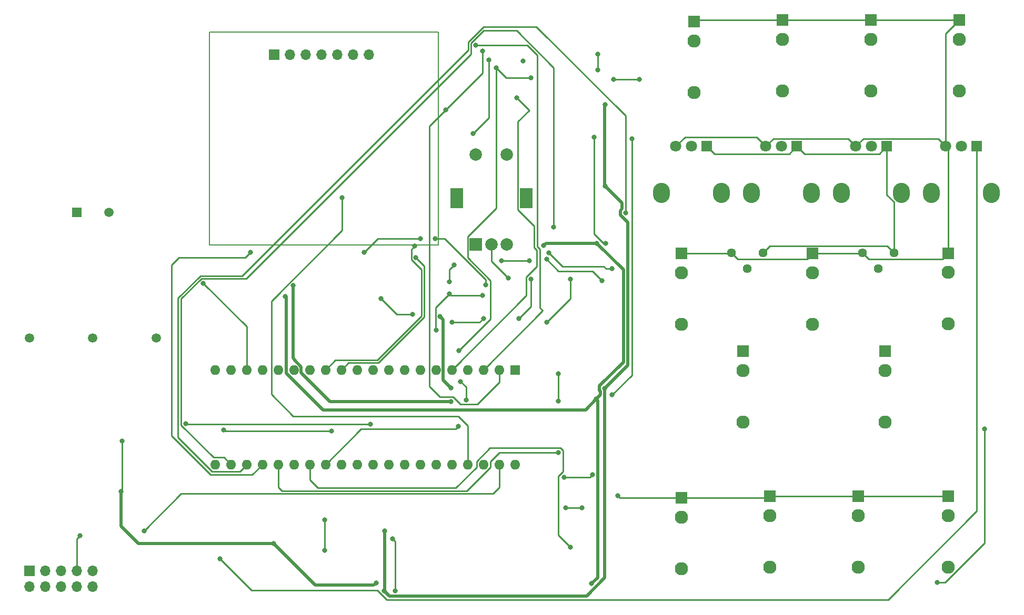
<source format=gbr>
%TF.GenerationSoftware,KiCad,Pcbnew,(6.0.5-0)*%
%TF.CreationDate,2022-09-18T01:29:25-07:00*%
%TF.ProjectId,Seed Test 01.01,53656564-2054-4657-9374-2030312e3031,rev?*%
%TF.SameCoordinates,Original*%
%TF.FileFunction,Copper,L2,Bot*%
%TF.FilePolarity,Positive*%
%FSLAX46Y46*%
G04 Gerber Fmt 4.6, Leading zero omitted, Abs format (unit mm)*
G04 Created by KiCad (PCBNEW (6.0.5-0)) date 2022-09-18 01:29:25*
%MOMM*%
%LPD*%
G01*
G04 APERTURE LIST*
%TA.AperFunction,NonConductor*%
%ADD10C,0.200000*%
%TD*%
%TA.AperFunction,ComponentPad*%
%ADD11R,1.700000X1.700000*%
%TD*%
%TA.AperFunction,ComponentPad*%
%ADD12O,1.700000X1.700000*%
%TD*%
%TA.AperFunction,ComponentPad*%
%ADD13C,1.440000*%
%TD*%
%TA.AperFunction,ComponentPad*%
%ADD14R,1.930000X1.830000*%
%TD*%
%TA.AperFunction,ComponentPad*%
%ADD15C,2.130000*%
%TD*%
%TA.AperFunction,ComponentPad*%
%ADD16O,2.720000X3.240000*%
%TD*%
%TA.AperFunction,ComponentPad*%
%ADD17R,1.800000X1.800000*%
%TD*%
%TA.AperFunction,ComponentPad*%
%ADD18C,1.800000*%
%TD*%
%TA.AperFunction,ComponentPad*%
%ADD19R,2.000000X2.000000*%
%TD*%
%TA.AperFunction,ComponentPad*%
%ADD20C,2.000000*%
%TD*%
%TA.AperFunction,ComponentPad*%
%ADD21R,2.000000X3.200000*%
%TD*%
%TA.AperFunction,ComponentPad*%
%ADD22R,1.600000X1.600000*%
%TD*%
%TA.AperFunction,ComponentPad*%
%ADD23O,1.600000X1.600000*%
%TD*%
%TA.AperFunction,ComponentPad*%
%ADD24R,1.500000X1.500000*%
%TD*%
%TA.AperFunction,ComponentPad*%
%ADD25C,1.500000*%
%TD*%
%TA.AperFunction,ViaPad*%
%ADD26C,0.800000*%
%TD*%
%TA.AperFunction,Conductor*%
%ADD27C,0.250000*%
%TD*%
%TA.AperFunction,Conductor*%
%ADD28C,0.500000*%
%TD*%
G04 APERTURE END LIST*
D10*
X138152500Y-51685000D02*
X101322500Y-51685000D01*
X101322500Y-51685000D02*
X101322500Y-85975000D01*
X101322500Y-85975000D02*
X138152500Y-85975000D01*
X138152500Y-85975000D02*
X138152500Y-51685000D01*
D11*
%TO.P,J4,1,Pin_1*%
%TO.N,VCC*%
X72395000Y-138435000D03*
D12*
%TO.P,J4,2,Pin_2*%
X72395000Y-140975000D03*
%TO.P,J4,3,Pin_3*%
%TO.N,GNDA*%
X74935000Y-138435000D03*
%TO.P,J4,4,Pin_4*%
X74935000Y-140975000D03*
%TO.P,J4,5,Pin_5*%
X77475000Y-138435000D03*
%TO.P,J4,6,Pin_6*%
X77475000Y-140975000D03*
%TO.P,J4,7,Pin_7*%
X80015000Y-138435000D03*
%TO.P,J4,8,Pin_8*%
X80015000Y-140975000D03*
%TO.P,J4,9,Pin_9*%
%TO.N,VEE*%
X82555000Y-138435000D03*
%TO.P,J4,10,Pin_10*%
X82555000Y-140975000D03*
%TD*%
D13*
%TO.P,RV6,1,1*%
%TO.N,+3.3VP*%
X211445000Y-87172000D03*
%TO.P,RV6,2,2*%
%TO.N,Net-(R63-Pad2)*%
X208905000Y-89712000D03*
%TO.P,RV6,3,3*%
%TO.N,GNDA*%
X206365000Y-87172000D03*
%TD*%
D14*
%TO.P,J9,S*%
%TO.N,GNDA*%
X207777000Y-49724000D03*
D15*
%TO.P,J9,T*%
%TO.N,Net-(J9-PadT)*%
X207777000Y-61124000D03*
%TO.P,J9,TN*%
%TO.N,unconnected-(J9-PadTN)*%
X207777000Y-52824000D03*
%TD*%
D16*
%TO.P,RV2,*%
%TO.N,*%
X198139000Y-77544000D03*
X188539000Y-77544000D03*
D17*
%TO.P,RV2,1,1*%
%TO.N,+3.3VP*%
X195839000Y-70044000D03*
D18*
%TO.P,RV2,2,2*%
%TO.N,Net-(R23-Pad2)*%
X193339000Y-70044000D03*
%TO.P,RV2,3,3*%
%TO.N,GNDA*%
X190839000Y-70044000D03*
%TD*%
D19*
%TO.P,SW1,A,A*%
%TO.N,ENC_A*%
X144190000Y-85868000D03*
D20*
%TO.P,SW1,B,B*%
%TO.N,ENC_B*%
X149190000Y-85868000D03*
%TO.P,SW1,C,C*%
%TO.N,GNDA*%
X146690000Y-85868000D03*
D21*
%TO.P,SW1,MP*%
%TO.N,N/C*%
X141090000Y-78368000D03*
X152290000Y-78368000D03*
D20*
%TO.P,SW1,S1,S1*%
%TO.N,ENC_CLICK*%
X149190000Y-71368000D03*
%TO.P,SW1,S2,S2*%
%TO.N,GNDA*%
X144190000Y-71368000D03*
%TD*%
D14*
%TO.P,J11,S*%
%TO.N,GNDA*%
X177297000Y-87316000D03*
D15*
%TO.P,J11,T*%
%TO.N,Net-(J11-PadT)*%
X177297000Y-98716000D03*
%TO.P,J11,TN*%
%TO.N,unconnected-(J11-PadTN)*%
X177297000Y-90416000D03*
%TD*%
D14*
%TO.P,J6,S*%
%TO.N,GNDA*%
X210063000Y-103064000D03*
D15*
%TO.P,J6,T*%
%TO.N,Net-(J6-PadT)*%
X210063000Y-114464000D03*
%TO.P,J6,TN*%
%TO.N,unconnected-(J6-PadTN)*%
X210063000Y-106164000D03*
%TD*%
D16*
%TO.P,RV1,*%
%TO.N,*%
X183661000Y-77544000D03*
X174061000Y-77544000D03*
D17*
%TO.P,RV1,1,1*%
%TO.N,+3.3VP*%
X181361000Y-70044000D03*
D18*
%TO.P,RV1,2,2*%
%TO.N,Net-(R20-Pad2)*%
X178861000Y-70044000D03*
%TO.P,RV1,3,3*%
%TO.N,GNDA*%
X176361000Y-70044000D03*
%TD*%
D14*
%TO.P,J7,S*%
%TO.N,GNDA*%
X179329000Y-49978000D03*
D15*
%TO.P,J7,T*%
%TO.N,Net-(J7-PadT)*%
X179329000Y-61378000D03*
%TO.P,J7,TN*%
%TO.N,unconnected-(J7-PadTN)*%
X179329000Y-53078000D03*
%TD*%
D14*
%TO.P,J16,S*%
%TO.N,GNDA*%
X220223000Y-87254000D03*
D15*
%TO.P,J16,T*%
%TO.N,Net-(J16-PadT)*%
X220223000Y-98654000D03*
%TO.P,J16,TN*%
%TO.N,unconnected-(J16-PadTN)*%
X220223000Y-90354000D03*
%TD*%
D11*
%TO.P,J2,1,Pin_1*%
%TO.N,GNDA*%
X111765000Y-55250000D03*
D12*
%TO.P,J2,2,Pin_2*%
%TO.N,+3V3*%
X114305000Y-55250000D03*
%TO.P,J2,3,Pin_3*%
%TO.N,OLED_SCK*%
X116845000Y-55250000D03*
%TO.P,J2,4,Pin_4*%
%TO.N,OLED_DATA_MOSI*%
X119385000Y-55250000D03*
%TO.P,J2,5,Pin_5*%
%TO.N,OLED_RST*%
X121925000Y-55250000D03*
%TO.P,J2,6,Pin_6*%
%TO.N,OLED_CMD_MISO*%
X124465000Y-55250000D03*
%TO.P,J2,7,Pin_7*%
%TO.N,OLED_CS*%
X127005000Y-55250000D03*
%TD*%
D22*
%TO.P,J1,1,Pin_1*%
%TO.N,ENC_CLICK*%
X150495000Y-106045000D03*
D23*
%TO.P,J1,2,Pin_2*%
%TO.N,SDMMC1_D3*%
X147955000Y-106045000D03*
%TO.P,J1,3,Pin_3*%
%TO.N,SDMMC1_D2*%
X145415000Y-106045000D03*
%TO.P,J1,4,Pin_4*%
%TO.N,SDMMC1_D1*%
X142875000Y-106045000D03*
%TO.P,J1,5,Pin_5*%
%TO.N,SDMMC1_D0*%
X140335000Y-106045000D03*
%TO.P,J1,6,Pin_6*%
%TO.N,SDMMC1_CMD*%
X137795000Y-106045000D03*
%TO.P,J1,7,Pin_7*%
%TO.N,SDMMC1_CK*%
X135255000Y-106045000D03*
%TO.P,J1,8,Pin_8*%
%TO.N,OLED_CS*%
X132715000Y-106045000D03*
%TO.P,J1,9,Pin_9*%
%TO.N,OLED_SCK*%
X130175000Y-106045000D03*
%TO.P,J1,10,Pin_10*%
%TO.N,OLED_CMD_MISO*%
X127635000Y-106045000D03*
%TO.P,J1,11,Pin_11*%
%TO.N,OLED_DATA_MOSI*%
X125095000Y-106045000D03*
%TO.P,J1,12,Pin_12*%
%TO.N,ENC_B*%
X122555000Y-106045000D03*
%TO.P,J1,13,Pin_13*%
%TO.N,ENC_A*%
X120015000Y-106045000D03*
%TO.P,J1,14,Pin_14*%
%TO.N,USART1_TX*%
X117475000Y-106045000D03*
%TO.P,J1,15,Pin_15*%
%TO.N,USART1_RX*%
X114935000Y-106045000D03*
%TO.P,J1,16,Pin_16*%
%TO.N,AUDIO_IN_L*%
X112395000Y-106045000D03*
%TO.P,J1,17,Pin_17*%
%TO.N,AUDIO_IN_R*%
X109855000Y-106045000D03*
%TO.P,J1,18,Pin_18*%
%TO.N,AUDIO_OUT_L*%
X107315000Y-106045000D03*
%TO.P,J1,19,Pin_19*%
%TO.N,AUDIO_OUT_R*%
X104775000Y-106045000D03*
%TO.P,J1,20,Pin_20*%
%TO.N,GNDA*%
X102235000Y-106045000D03*
%TO.P,J1,21,Pin_21*%
%TO.N,+3.3VP*%
X102235000Y-121285000D03*
%TO.P,J1,22,Pin_22*%
%TO.N,ADC_CTRL_1*%
X104775000Y-121285000D03*
%TO.P,J1,23,Pin_23*%
%TO.N,ADC_CTRL_2*%
X107315000Y-121285000D03*
%TO.P,J1,24,Pin_24*%
%TO.N,ADC1_1VOCT2*%
X109855000Y-121285000D03*
%TO.P,J1,25,Pin_25*%
%TO.N,ADC_CTRL_4*%
X112395000Y-121285000D03*
%TO.P,J1,26,Pin_26*%
%TO.N,ADC1_1VOCT1*%
X114935000Y-121285000D03*
%TO.P,J1,27,Pin_27*%
%TO.N,ADC1_GATE_IN*%
X117475000Y-121285000D03*
%TO.P,J1,28,Pin_28*%
%TO.N,ADC_CTRL_3*%
X120015000Y-121285000D03*
%TO.P,J1,29,Pin_29*%
%TO.N,DAC1_OUT2*%
X122555000Y-121285000D03*
%TO.P,J1,30,Pin_30*%
%TO.N,DAC1_OUT1*%
X125095000Y-121285000D03*
%TO.P,J1,31,Pin_31*%
%TO.N,SAI2_MCLK*%
X127635000Y-121285000D03*
%TO.P,J1,32,Pin_32*%
%TO.N,SAI2_SD_B*%
X130175000Y-121285000D03*
%TO.P,J1,33,Pin_33*%
%TO.N,SAI2_SD_A*%
X132715000Y-121285000D03*
%TO.P,J1,34,Pin_34*%
%TO.N,SAI2_FS_A*%
X135255000Y-121285000D03*
%TO.P,J1,35,Pin_35*%
%TO.N,SAI2_SCK_A*%
X137795000Y-121285000D03*
%TO.P,J1,36,Pin_36*%
%TO.N,USB_HS_D_-*%
X140335000Y-121285000D03*
%TO.P,J1,37,Pin_37*%
%TO.N,OLED_RST*%
X142875000Y-121285000D03*
%TO.P,J1,38,Pin_38*%
%TO.N,+3.3VA*%
X145415000Y-121285000D03*
%TO.P,J1,39,Pin_39*%
%TO.N,+5V*%
X147955000Y-121285000D03*
%TO.P,J1,40,Pin_40*%
%TO.N,GNDA*%
X150495000Y-121285000D03*
%TD*%
D16*
%TO.P,RV3,*%
%TO.N,*%
X203017000Y-77544000D03*
X212617000Y-77544000D03*
D17*
%TO.P,RV3,1,1*%
%TO.N,+3.3VP*%
X210317000Y-70044000D03*
D18*
%TO.P,RV3,2,2*%
%TO.N,Net-(R26-Pad2)*%
X207817000Y-70044000D03*
%TO.P,RV3,3,3*%
%TO.N,GNDA*%
X205317000Y-70044000D03*
%TD*%
D14*
%TO.P,J15,S*%
%TO.N,GNDA*%
X205745000Y-126432000D03*
D15*
%TO.P,J15,T*%
%TO.N,Net-(J15-PadT)*%
X205745000Y-137832000D03*
%TO.P,J15,TN*%
%TO.N,unconnected-(J15-PadTN)*%
X205745000Y-129532000D03*
%TD*%
D14*
%TO.P,J10,S*%
%TO.N,GNDA*%
X222001000Y-49724000D03*
D15*
%TO.P,J10,T*%
%TO.N,Net-(J10-PadT)*%
X222001000Y-61124000D03*
%TO.P,J10,TN*%
%TO.N,unconnected-(J10-PadTN)*%
X222001000Y-52824000D03*
%TD*%
D14*
%TO.P,J17,S*%
%TO.N,GNDA*%
X198379000Y-87316000D03*
D15*
%TO.P,J17,T*%
%TO.N,Net-(J17-PadT)*%
X198379000Y-98716000D03*
%TO.P,J17,TN*%
%TO.N,unconnected-(J17-PadTN)*%
X198379000Y-90416000D03*
%TD*%
D16*
%TO.P,RV4,*%
%TO.N,*%
X227095000Y-77544000D03*
X217495000Y-77544000D03*
D17*
%TO.P,RV4,1,1*%
%TO.N,+3.3VP*%
X224795000Y-70044000D03*
D18*
%TO.P,RV4,2,2*%
%TO.N,Net-(R29-Pad2)*%
X222295000Y-70044000D03*
%TO.P,RV4,3,3*%
%TO.N,GNDA*%
X219795000Y-70044000D03*
%TD*%
D14*
%TO.P,J12,S*%
%TO.N,GNDA*%
X177297000Y-126686000D03*
D15*
%TO.P,J12,T*%
%TO.N,Net-(J12-PadT)*%
X177297000Y-138086000D03*
%TO.P,J12,TN*%
%TO.N,unconnected-(J12-PadTN)*%
X177297000Y-129786000D03*
%TD*%
D14*
%TO.P,J5,S*%
%TO.N,GNDA*%
X187203000Y-103064000D03*
D15*
%TO.P,J5,T*%
%TO.N,Net-(J5-PadT)*%
X187203000Y-114464000D03*
%TO.P,J5,TN*%
%TO.N,unconnected-(J5-PadTN)*%
X187203000Y-106164000D03*
%TD*%
D14*
%TO.P,J13,S*%
%TO.N,GNDA*%
X191521000Y-126432000D03*
D15*
%TO.P,J13,T*%
%TO.N,Net-(J13-PadT)*%
X191521000Y-137832000D03*
%TO.P,J13,TN*%
%TO.N,unconnected-(J13-PadTN)*%
X191521000Y-129532000D03*
%TD*%
D14*
%TO.P,J14,S*%
%TO.N,GNDA*%
X220223000Y-126432000D03*
D15*
%TO.P,J14,T*%
%TO.N,Net-(J14-PadT)*%
X220223000Y-137832000D03*
%TO.P,J14,TN*%
%TO.N,unconnected-(J14-PadTN)*%
X220223000Y-129532000D03*
%TD*%
D24*
%TO.P,PS1,1,+VIN*%
%TO.N,Net-(J18-Pad1)*%
X80015000Y-80650000D03*
D25*
%TO.P,PS1,2,-VIN*%
%TO.N,Net-(J18-Pad2)*%
X85115000Y-80650000D03*
%TO.P,PS1,3,+VOUT*%
%TO.N,+12V*%
X72355000Y-100950000D03*
%TO.P,PS1,4,COM*%
%TO.N,GNDA*%
X82555000Y-100950000D03*
%TO.P,PS1,5,-VOUT*%
%TO.N,-12V*%
X92755000Y-100950000D03*
%TD*%
D13*
%TO.P,RV5,1,1*%
%TO.N,+3.3VP*%
X190363000Y-87172000D03*
%TO.P,RV5,2,2*%
%TO.N,Net-(R56-Pad2)*%
X187823000Y-89712000D03*
%TO.P,RV5,3,3*%
%TO.N,GNDA*%
X185283000Y-87172000D03*
%TD*%
D14*
%TO.P,J8,S*%
%TO.N,GNDA*%
X193553000Y-49724000D03*
D15*
%TO.P,J8,T*%
%TO.N,Net-(J8-PadT)*%
X193553000Y-61124000D03*
%TO.P,J8,TN*%
%TO.N,unconnected-(J8-PadTN)*%
X193553000Y-52824000D03*
%TD*%
D26*
%TO.N,GNDA*%
X167010000Y-126353000D03*
X137800000Y-99683000D03*
X80523000Y-132720000D03*
X149385584Y-91251916D03*
X139891564Y-93781436D03*
X161295000Y-128258000D03*
X133990000Y-97143000D03*
X128910000Y-94603000D03*
X145293000Y-94095000D03*
X158660500Y-128258000D03*
%TO.N,+3.3VP*%
X103002000Y-136513000D03*
%TO.N,+5V*%
X90783000Y-131984936D03*
%TO.N,+3.3VA*%
X141737000Y-107938000D03*
X147425000Y-57435936D03*
X142597500Y-110896500D03*
X153040000Y-59043000D03*
X163835000Y-55233000D03*
X163835000Y-57773000D03*
X141483000Y-102985000D03*
%TO.N,+12V*%
X162792000Y-140493936D03*
X87127000Y-125674000D03*
X163571210Y-110758710D03*
X111611000Y-134016936D03*
X113516000Y-94265936D03*
X128121000Y-140366936D03*
X155086233Y-86060767D03*
X163643511Y-85667425D03*
X87254000Y-117506936D03*
%TO.N,-12V*%
X164940511Y-109008425D03*
X129518000Y-131984936D03*
X140186000Y-108997936D03*
X140186000Y-111156936D03*
X164978000Y-76442000D03*
X165014500Y-63341436D03*
X129418000Y-141622020D03*
X138408000Y-97440936D03*
X114786000Y-92487936D03*
%TO.N,-10V*%
X164479017Y-91680983D03*
X165105000Y-85713000D03*
X140308969Y-98413000D03*
X155580000Y-88253000D03*
X151135000Y-97778000D03*
X145420000Y-97778000D03*
X163200000Y-68568000D03*
X153040000Y-91428000D03*
%TO.N,Net-(C15-Pad1)*%
X119829500Y-135096436D03*
X119893000Y-130206936D03*
%TO.N,ADC_CTRL_1*%
X156723000Y-83046000D03*
%TO.N,Net-(C16-Pad1)*%
X130815000Y-133281936D03*
X131196000Y-141622020D03*
%TO.N,ADC_CTRL_2*%
X168280000Y-80760000D03*
%TO.N,ADC_CTRL_3*%
X141327500Y-115185000D03*
X166092500Y-110105000D03*
X169267500Y-68830000D03*
%TO.N,ADC_CTRL_4*%
X157485000Y-106668000D03*
X157485000Y-111113000D03*
X157485000Y-119368000D03*
%TO.N,Net-(C30-Pad2)*%
X127259000Y-114839936D03*
X97541000Y-114712936D03*
%TO.N,Net-(C31-Pad2)*%
X103637000Y-115728936D03*
X120972500Y-115919436D03*
%TO.N,Net-(C33-Pad2)*%
X158374000Y-123322000D03*
X162919000Y-122967936D03*
%TO.N,Net-(C34-Pad1)*%
X166375000Y-59297000D03*
X170451031Y-59284969D03*
%TO.N,ADC1_1VOCT2*%
X107955000Y-87110000D03*
X145737500Y-92380500D03*
X137673000Y-84951000D03*
X135260000Y-84951000D03*
X126243000Y-87110000D03*
%TO.N,SDMMC1_D3*%
X145225000Y-54727936D03*
X139297000Y-64166936D03*
%TO.N,SDMMC1_D2*%
X144125000Y-53750936D03*
%TO.N,SDMMC1_D1*%
X151743000Y-56292936D03*
%TO.N,SDMMC1_D0*%
X150725000Y-62218000D03*
%TO.N,SDMMC1_CMD*%
X146282000Y-56165936D03*
X143742000Y-67976936D03*
%TO.N,ENC_B*%
X134534500Y-87979436D03*
%TO.N,ENC_A*%
X134344000Y-86137936D03*
%TO.N,AUDIO_OUT_L*%
X100335000Y-92080000D03*
%TO.N,ADC1_GATE_IN*%
X218445000Y-140323000D03*
X226065000Y-115558000D03*
X159390000Y-134608000D03*
%TO.N,OLED_RST*%
X122687000Y-78347000D03*
%TO.N,Net-(C41-Pad1)*%
X155932500Y-87245000D03*
X166092500Y-89785000D03*
X148312500Y-88515000D03*
X139891564Y-91876436D03*
X152757500Y-88515000D03*
X140692500Y-89150000D03*
%TO.N,Net-(C42-Pad1)*%
X155580000Y-98413000D03*
X159390000Y-91428000D03*
%TD*%
D27*
%TO.N,GNDA*%
X133990000Y-97143000D02*
X131450000Y-97143000D01*
X207777000Y-49724000D02*
X193553000Y-49724000D01*
X179583000Y-49724000D02*
X179329000Y-49978000D01*
X158660500Y-128258000D02*
X161295000Y-128258000D01*
X177297000Y-126686000D02*
X191267000Y-126686000D01*
X189363000Y-68568000D02*
X177837000Y-68568000D01*
X140205128Y-94095000D02*
X145293000Y-94095000D01*
X205745000Y-126432000D02*
X220223000Y-126432000D01*
X205317000Y-70044000D02*
X204092489Y-68819489D01*
X131450000Y-97143000D02*
X128910000Y-94603000D01*
X137683489Y-95989511D02*
X137683489Y-99566489D01*
X198379000Y-87316000D02*
X206221000Y-87316000D01*
X177297000Y-87316000D02*
X185139000Y-87316000D01*
X146690000Y-88556332D02*
X146690000Y-85868000D01*
X197478489Y-88216511D02*
X198379000Y-87316000D01*
X191267000Y-126686000D02*
X191521000Y-126432000D01*
X167010000Y-126353000D02*
X167343000Y-126686000D01*
X204092489Y-68819489D02*
X192063511Y-68819489D01*
X192063511Y-68819489D02*
X190839000Y-70044000D01*
X218570489Y-68819489D02*
X206541511Y-68819489D01*
X186327511Y-88216511D02*
X197478489Y-88216511D01*
X177837000Y-68568000D02*
X176361000Y-70044000D01*
X222001000Y-49724000D02*
X207777000Y-49724000D01*
X220223000Y-87254000D02*
X220223000Y-70472000D01*
X80523000Y-132720000D02*
X80015000Y-133228000D01*
X185283000Y-87172000D02*
X186327511Y-88216511D01*
X220223000Y-70472000D02*
X219795000Y-70044000D01*
X219795000Y-70044000D02*
X219795000Y-51930000D01*
X185139000Y-87316000D02*
X185283000Y-87172000D01*
X191521000Y-126432000D02*
X205745000Y-126432000D01*
X80015000Y-133228000D02*
X80015000Y-138435000D01*
X139891564Y-93781436D02*
X140205128Y-94095000D01*
X206221000Y-87316000D02*
X206365000Y-87172000D01*
X137683489Y-99566489D02*
X137800000Y-99683000D01*
X219795000Y-51930000D02*
X222001000Y-49724000D01*
X206365000Y-87172000D02*
X207409511Y-88216511D01*
X139891564Y-93781436D02*
X137683489Y-95989511D01*
X167343000Y-126686000D02*
X177297000Y-126686000D01*
X149385584Y-91251916D02*
X146690000Y-88556332D01*
X219795000Y-70044000D02*
X218570489Y-68819489D01*
X193553000Y-49724000D02*
X179583000Y-49724000D01*
X219260489Y-88216511D02*
X220223000Y-87254000D01*
X207409511Y-88216511D02*
X219260489Y-88216511D01*
X206541511Y-68819489D02*
X205317000Y-70044000D01*
X190839000Y-70044000D02*
X189363000Y-68568000D01*
%TO.N,+3.3VP*%
X128364366Y-141593000D02*
X108082000Y-141593000D01*
X194614489Y-71268511D02*
X195839000Y-70044000D01*
X182585511Y-71268511D02*
X194614489Y-71268511D01*
X190363000Y-87172000D02*
X191458511Y-86076489D01*
X224795000Y-70044000D02*
X224795000Y-128766000D01*
X224795000Y-128766000D02*
X210504480Y-143056520D01*
X210317000Y-77886271D02*
X211445000Y-79014271D01*
X191458511Y-86076489D02*
X210349489Y-86076489D01*
X181361000Y-70044000D02*
X182585511Y-71268511D01*
X108082000Y-141593000D02*
X103002000Y-136513000D01*
X197063511Y-71268511D02*
X209092489Y-71268511D01*
X209092489Y-71268511D02*
X210317000Y-70044000D01*
X211445000Y-79014271D02*
X211445000Y-87172000D01*
X129827886Y-143056520D02*
X128364366Y-141593000D01*
X195839000Y-70044000D02*
X197063511Y-71268511D01*
X210317000Y-70044000D02*
X210317000Y-77886271D01*
X210349489Y-86076489D02*
X211445000Y-87172000D01*
X210504480Y-143056520D02*
X129827886Y-143056520D01*
%TO.N,+5V*%
X147955000Y-125004936D02*
X147955000Y-121285000D01*
X90783000Y-131984936D02*
X96752000Y-126015936D01*
X146944000Y-126015936D02*
X147955000Y-125004936D01*
X96752000Y-126015936D02*
X146944000Y-126015936D01*
%TO.N,+3.3VA*%
X146566141Y-91684423D02*
X146566141Y-97901859D01*
X149032064Y-59043000D02*
X153040000Y-59043000D01*
X142865489Y-84543489D02*
X142865489Y-87983771D01*
X147425000Y-57435936D02*
X147425000Y-79983978D01*
X163835000Y-55233000D02*
X163835000Y-57773000D01*
X147425000Y-57435936D02*
X149032064Y-59043000D01*
X146566141Y-97901859D02*
X141483000Y-102985000D01*
X147425000Y-79983978D02*
X142865489Y-84543489D01*
X142597500Y-108798500D02*
X141737000Y-107938000D01*
X142597500Y-110896500D02*
X142597500Y-108798500D01*
X142865489Y-87983771D02*
X146566141Y-91684423D01*
D28*
%TO.N,+12V*%
X89894000Y-134016936D02*
X87127000Y-131249936D01*
D27*
X163681000Y-85629936D02*
X163643511Y-85667425D01*
D28*
X163571210Y-110758710D02*
X161834464Y-112495456D01*
X87127000Y-131249936D02*
X87127000Y-125674000D01*
X155479575Y-85667425D02*
X163643511Y-85667425D01*
X164240991Y-110088929D02*
X164240991Y-109510296D01*
X113644511Y-106562565D02*
X113644511Y-94394447D01*
X163571210Y-110758710D02*
X164240991Y-110088929D01*
D27*
X87254000Y-117506936D02*
X87254000Y-125547000D01*
D28*
X163768511Y-139517425D02*
X162792000Y-140493936D01*
X167932980Y-104814565D02*
X167932980Y-89956894D01*
X119577402Y-112495456D02*
X113644511Y-106562565D01*
X111611000Y-134016936D02*
X89894000Y-134016936D01*
X155086233Y-86060767D02*
X155479575Y-85667425D01*
X161834464Y-112495456D02*
X119577402Y-112495456D01*
X164091000Y-108656545D02*
X167932980Y-104814565D01*
X163768511Y-110956011D02*
X163768511Y-139517425D01*
X113644511Y-94394447D02*
X113519511Y-94269447D01*
X127740000Y-140747936D02*
X128121000Y-140366936D01*
X164091000Y-109360305D02*
X164091000Y-108656545D01*
X118342000Y-140747936D02*
X127740000Y-140747936D01*
X167932980Y-89956894D02*
X163643511Y-85667425D01*
X111611000Y-134016936D02*
X118342000Y-140747936D01*
D27*
X87254000Y-125547000D02*
X87127000Y-125674000D01*
D28*
X164240991Y-109510296D02*
X164091000Y-109360305D01*
X163571210Y-110758710D02*
X163768511Y-110956011D01*
D27*
X113516000Y-94265936D02*
X113389000Y-94138936D01*
X113519511Y-94269447D02*
X113516000Y-94265936D01*
D28*
%TO.N,-12V*%
X164978000Y-76442000D02*
X164940511Y-76404511D01*
X164978000Y-76442000D02*
X167705480Y-79169480D01*
X130277980Y-142482000D02*
X162005327Y-142482000D01*
X168632500Y-82313891D02*
X168632500Y-105316436D01*
X138919511Y-97952447D02*
X138408000Y-97440936D01*
X140186000Y-108997936D02*
X138919511Y-107731447D01*
X120705658Y-111156936D02*
X140186000Y-111156936D01*
D27*
X164940511Y-63415425D02*
X165014500Y-63341436D01*
D28*
X138919511Y-107731447D02*
X138919511Y-97952447D01*
X167430489Y-81111880D02*
X168632500Y-82313891D01*
D27*
X165014500Y-63341436D02*
X165078000Y-63277936D01*
D28*
X162005327Y-142482000D02*
X164940511Y-139546816D01*
X114786000Y-104171936D02*
X114786000Y-92487936D01*
X167705480Y-79169480D02*
X167705480Y-80133129D01*
X114913000Y-104432700D02*
X116059511Y-105579211D01*
X167430489Y-80408120D02*
X167430489Y-81111880D01*
X129518000Y-141522020D02*
X129518000Y-131984936D01*
X129418000Y-141622020D02*
X129518000Y-141522020D01*
X116059511Y-106510789D02*
X120705658Y-111156936D01*
X168632500Y-105316436D02*
X164940511Y-109008425D01*
D27*
X114913000Y-104298936D02*
X114913000Y-104432700D01*
D28*
X164940511Y-139546816D02*
X164940511Y-109008425D01*
X116059511Y-105579211D02*
X116059511Y-106510789D01*
X164940511Y-76404511D02*
X164940511Y-63415425D01*
X167705480Y-80133129D02*
X167430489Y-80408120D01*
X129418000Y-141622020D02*
X130277980Y-142482000D01*
X114913000Y-104298936D02*
X114786000Y-104171936D01*
D27*
%TO.N,-10V*%
X144785000Y-98413000D02*
X145420000Y-97778000D01*
X140308969Y-98413000D02*
X144785000Y-98413000D01*
X162956034Y-90158000D02*
X157485000Y-90158000D01*
X163200000Y-68568000D02*
X163200000Y-84199300D01*
X157485000Y-90158000D02*
X155580000Y-88253000D01*
X164713700Y-85713000D02*
X165105000Y-85713000D01*
X163200000Y-84199300D02*
X164713700Y-85713000D01*
X153040000Y-95873000D02*
X151135000Y-97778000D01*
X164479017Y-91680983D02*
X162956034Y-90158000D01*
X153040000Y-91428000D02*
X153040000Y-95873000D01*
%TO.N,Net-(C15-Pad1)*%
X119829500Y-135096436D02*
X119893000Y-135032936D01*
X119893000Y-135032936D02*
X119893000Y-130206936D01*
%TO.N,ADC_CTRL_1*%
X143400489Y-53450833D02*
X145428322Y-51423000D01*
X143400489Y-55220511D02*
X143400489Y-53450833D01*
X145428322Y-51423000D02*
X150754000Y-51423000D01*
X156723000Y-57392000D02*
X156723000Y-83046000D01*
X96779000Y-114975550D02*
X96779000Y-94611386D01*
X103650489Y-120160489D02*
X101963939Y-120160489D01*
X107265511Y-91355489D02*
X143400489Y-55220511D01*
X100034897Y-91355489D02*
X107265511Y-91355489D01*
X96779000Y-94611386D02*
X100034897Y-91355489D01*
X150754000Y-51423000D02*
X156723000Y-57392000D01*
X101963939Y-120160489D02*
X96779000Y-114975550D01*
X104775000Y-121285000D02*
X103650489Y-120160489D01*
%TO.N,Net-(C16-Pad1)*%
X131196000Y-141622020D02*
X131196000Y-133662936D01*
X131196000Y-133662936D02*
X130815000Y-133281936D01*
%TO.N,ADC_CTRL_2*%
X142950969Y-54527031D02*
X142950969Y-53264635D01*
X145447115Y-50768489D02*
X153909489Y-50768489D01*
X142950969Y-53264635D02*
X145447115Y-50768489D01*
X106190489Y-122409511D02*
X101769211Y-122409511D01*
X99848700Y-90905969D02*
X106572031Y-90905969D01*
X153909489Y-50768489D02*
X168280000Y-65139000D01*
X168280000Y-65139000D02*
X168280000Y-80760000D01*
X107315000Y-121285000D02*
X106190489Y-122409511D01*
X101769211Y-122409511D02*
X96271000Y-116911300D01*
X96271000Y-116911300D02*
X96271000Y-94483669D01*
X96271000Y-94483669D02*
X99848700Y-90905969D01*
X106572031Y-90905969D02*
X142950969Y-54527031D01*
%TO.N,ADC_CTRL_3*%
X169267500Y-106930000D02*
X169267500Y-68830000D01*
X125735553Y-115564447D02*
X140948053Y-115564447D01*
X120015000Y-121285000D02*
X125735553Y-115564447D01*
X166092500Y-110105000D02*
X169267500Y-106930000D01*
X140948053Y-115564447D02*
X141327500Y-115185000D01*
%TO.N,ADC_CTRL_4*%
X146539511Y-121750789D02*
X142723884Y-125566416D01*
X157485000Y-106668000D02*
X157485000Y-111113000D01*
X157485000Y-119368000D02*
X147990722Y-119368000D01*
X147990722Y-119368000D02*
X146539511Y-120819211D01*
X142723884Y-125566416D02*
X113035000Y-125566416D01*
X146539511Y-120819211D02*
X146539511Y-121750789D01*
X113035000Y-125566416D02*
X112395000Y-124926416D01*
X112395000Y-124926416D02*
X112395000Y-121285000D01*
%TO.N,Net-(C30-Pad2)*%
X97541000Y-114712936D02*
X97668000Y-114839936D01*
X97668000Y-114839936D02*
X127259000Y-114839936D01*
%TO.N,Net-(C31-Pad2)*%
X103827500Y-115919436D02*
X103637000Y-115728936D01*
X120972500Y-115919436D02*
X103827500Y-115919436D01*
%TO.N,Net-(C33-Pad2)*%
X162564936Y-123322000D02*
X158374000Y-123322000D01*
X162919000Y-122967936D02*
X162564936Y-123322000D01*
%TO.N,Net-(C34-Pad1)*%
X170439000Y-59297000D02*
X170451031Y-59284969D01*
X166375000Y-59297000D02*
X170439000Y-59297000D01*
%TO.N,ADC1_1VOCT2*%
X145737500Y-91491500D02*
X145737500Y-92380500D01*
X107066000Y-87999000D02*
X107955000Y-87110000D01*
X108216000Y-122924000D02*
X101478000Y-122924000D01*
X137673000Y-84951000D02*
X139197000Y-84951000D01*
X128402000Y-84951000D02*
X135260000Y-84951000D01*
X101478000Y-122924000D02*
X95255000Y-116701000D01*
X95255000Y-89142000D02*
X96398000Y-87999000D01*
X109855000Y-121285000D02*
X108216000Y-122924000D01*
X126243000Y-87110000D02*
X128402000Y-84951000D01*
X96398000Y-87999000D02*
X107066000Y-87999000D01*
X139197000Y-84951000D02*
X145737500Y-91491500D01*
X95255000Y-116701000D02*
X95255000Y-89142000D01*
%TO.N,SDMMC1_D3*%
X145225000Y-58238936D02*
X139297000Y-64166936D01*
X145225000Y-54727936D02*
X145225000Y-58238936D01*
X138389425Y-110432425D02*
X136670489Y-108713489D01*
X136670489Y-66793447D02*
X139297000Y-64166936D01*
X141674678Y-111621000D02*
X140486103Y-110432425D01*
X147955000Y-106045000D02*
X147955000Y-108070000D01*
X136670489Y-108713489D02*
X136670489Y-66793447D01*
X147955000Y-108070000D02*
X144404000Y-111621000D01*
X144404000Y-111621000D02*
X141674678Y-111621000D01*
X140486103Y-110432425D02*
X138389425Y-110432425D01*
%TO.N,SDMMC1_D2*%
X145415000Y-106045000D02*
X154945000Y-96515000D01*
X154447489Y-86599833D02*
X154027500Y-86179844D01*
X154027500Y-55332218D02*
X152446218Y-53750936D01*
X152446218Y-53750936D02*
X144125000Y-53750936D01*
X154945000Y-96515000D02*
X154447489Y-96017489D01*
X154027500Y-86179844D02*
X154027500Y-55332218D01*
X154447489Y-96017489D02*
X154447489Y-86599833D01*
%TO.N,SDMMC1_D0*%
X152757500Y-64250500D02*
X150965489Y-66042511D01*
X150965489Y-66042511D02*
X150965489Y-80292511D01*
X153577980Y-82905002D02*
X153577980Y-86366042D01*
X152315489Y-91127897D02*
X152315489Y-94064511D01*
X153997969Y-89445417D02*
X152315489Y-91127897D01*
X152315489Y-94064511D02*
X140335000Y-106045000D01*
X153577980Y-86366042D02*
X153997969Y-86786031D01*
X153997969Y-86786031D02*
X153997969Y-89445417D01*
X150965489Y-80292511D02*
X153577980Y-82905002D01*
X150725000Y-62218000D02*
X152757500Y-64250500D01*
%TO.N,SDMMC1_CMD*%
X146282000Y-56165936D02*
X146282000Y-65436936D01*
X146282000Y-65436936D02*
X143742000Y-67976936D01*
%TO.N,ENC_B*%
X123679511Y-104920489D02*
X128498511Y-104920489D01*
X135895000Y-89339936D02*
X134534500Y-87979436D01*
X134534500Y-87979436D02*
X134598000Y-87915936D01*
X122555000Y-106045000D02*
X123679511Y-104920489D01*
X135895000Y-97524000D02*
X135895000Y-89339936D01*
X128498511Y-104920489D02*
X135895000Y-97524000D01*
%TO.N,ENC_A*%
X135445480Y-89915030D02*
X133809989Y-88279539D01*
X134344000Y-86137936D02*
X134471000Y-86010936D01*
X121589031Y-104470969D02*
X128312313Y-104470969D01*
X133809989Y-88279539D02*
X133809989Y-86671947D01*
X133809989Y-86671947D02*
X134344000Y-86137936D01*
X135445480Y-97337802D02*
X135445480Y-89915030D01*
X120015000Y-106045000D02*
X121589031Y-104470969D01*
X128312313Y-104470969D02*
X135445480Y-97337802D01*
%TO.N,AUDIO_OUT_L*%
X107315000Y-99060000D02*
X107315000Y-106045000D01*
X100335000Y-92080000D02*
X107315000Y-99060000D01*
%TO.N,ADC1_GATE_IN*%
X117475000Y-121285000D02*
X117475000Y-123808000D01*
X157785103Y-118643489D02*
X158209511Y-119067897D01*
X157480000Y-123183000D02*
X157480000Y-132698000D01*
X158209511Y-119067897D02*
X158209511Y-122453489D01*
X140958278Y-125083000D02*
X144290489Y-121750789D01*
X158209511Y-122453489D02*
X157480000Y-123183000D01*
X117475000Y-123808000D02*
X118750000Y-125083000D01*
X219697066Y-140323000D02*
X226065000Y-133955066D01*
X226065000Y-133955066D02*
X226065000Y-115558000D01*
X157480000Y-132698000D02*
X159390000Y-134608000D01*
X218445000Y-140323000D02*
X219697066Y-140323000D01*
X144290489Y-121750789D02*
X144290489Y-120819211D01*
X144290489Y-120819211D02*
X146466211Y-118643489D01*
X118750000Y-125083000D02*
X140958278Y-125083000D01*
X146466211Y-118643489D02*
X157785103Y-118643489D01*
%TO.N,OLED_RST*%
X141356000Y-113526000D02*
X114818570Y-113526000D01*
X114818570Y-113526000D02*
X111270489Y-109977919D01*
X111270489Y-109977919D02*
X111270489Y-94978833D01*
X142875000Y-121285000D02*
X142875000Y-115045000D01*
X142875000Y-115045000D02*
X141356000Y-113526000D01*
X122687000Y-83562322D02*
X122687000Y-78347000D01*
X111270489Y-94978833D02*
X122687000Y-83562322D01*
%TO.N,Net-(C41-Pad1)*%
X165121614Y-89785000D02*
X166092500Y-89785000D01*
X139891564Y-91876436D02*
X139891564Y-89950936D01*
X155932500Y-87245000D02*
X158120989Y-89433489D01*
X164770103Y-89433489D02*
X165121614Y-89785000D01*
X158120989Y-89433489D02*
X164770103Y-89433489D01*
X139891564Y-89950936D02*
X140692500Y-89150000D01*
X148312500Y-88515000D02*
X152757500Y-88515000D01*
%TO.N,Net-(C42-Pad1)*%
X155580000Y-98413000D02*
X159390000Y-94603000D01*
X159390000Y-94603000D02*
X159390000Y-91428000D01*
%TD*%
M02*

</source>
